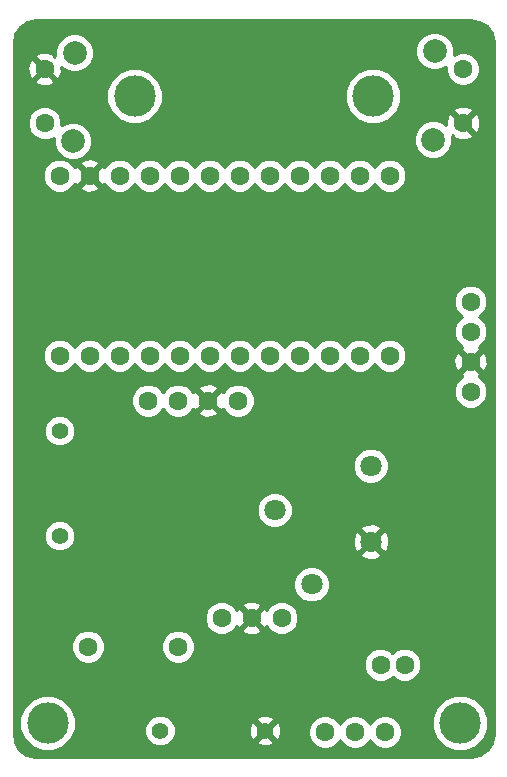
<source format=gbl>
G04 (created by PCBNEW (22-Jun-2014 BZR 4027)-stable) date Thu 10 Nov 2016 11:36:34 GMT*
%MOIN*%
G04 Gerber Fmt 3.4, Leading zero omitted, Abs format*
%FSLAX34Y34*%
G01*
G70*
G90*
G04 APERTURE LIST*
%ADD10C,0.00590551*%
%ADD11C,0.0629921*%
%ADD12C,0.0787402*%
%ADD13C,0.137795*%
%ADD14C,0.055*%
%ADD15C,0.0708661*%
%ADD16C,0.035*%
%ADD17C,0.01*%
G04 APERTURE END LIST*
G54D10*
G54D11*
X123500Y-28100D03*
X122500Y-28100D03*
X123500Y-22100D03*
X121500Y-28100D03*
X120500Y-28100D03*
X119500Y-28100D03*
X118500Y-28100D03*
X117500Y-28100D03*
X116500Y-28100D03*
X115500Y-28100D03*
X114500Y-28100D03*
X113500Y-28100D03*
X112500Y-28100D03*
X122500Y-22100D03*
X121500Y-22100D03*
X120500Y-22100D03*
X119500Y-22100D03*
X118500Y-22100D03*
X117500Y-22100D03*
X116500Y-22100D03*
X115500Y-22100D03*
X114500Y-22100D03*
X113500Y-22100D03*
X112500Y-22100D03*
X113450Y-37800D03*
X116450Y-37800D03*
X125950Y-18550D03*
X125950Y-20350D03*
G54D12*
X124950Y-20900D03*
X125000Y-17950D03*
G54D11*
X112000Y-20350D03*
X112000Y-18550D03*
G54D12*
X113000Y-18000D03*
X112950Y-20950D03*
G54D11*
X123350Y-40650D03*
X122350Y-40650D03*
X121350Y-40650D03*
X119900Y-36850D03*
X118900Y-36850D03*
X117900Y-36850D03*
G54D13*
X122950Y-19450D03*
X115000Y-19450D03*
X125850Y-40350D03*
X112100Y-40350D03*
G54D11*
X126200Y-27300D03*
X126200Y-28300D03*
X126200Y-29300D03*
X126200Y-26300D03*
X123200Y-38400D03*
X124000Y-38400D03*
X115450Y-29600D03*
X116450Y-29600D03*
X117450Y-29600D03*
X118450Y-29600D03*
G54D14*
X112500Y-34100D03*
X112500Y-30600D03*
X119350Y-40600D03*
X115850Y-40600D03*
G54D15*
X122875Y-34300D03*
X122875Y-31775D03*
X120900Y-35725D03*
X119675Y-33250D03*
G54D16*
X116700Y-19750D03*
X114000Y-33900D03*
G54D10*
G36*
X126980Y-40721D02*
X126919Y-41028D01*
X126789Y-41223D01*
X126789Y-40164D01*
X126769Y-40116D01*
X126769Y-28385D01*
X126765Y-28288D01*
X126765Y-27188D01*
X126679Y-26980D01*
X126520Y-26821D01*
X126469Y-26800D01*
X126519Y-26779D01*
X126678Y-26620D01*
X126764Y-26412D01*
X126765Y-26188D01*
X126679Y-25980D01*
X126520Y-25821D01*
X126519Y-25821D01*
X126519Y-20435D01*
X126515Y-20338D01*
X126515Y-18438D01*
X126429Y-18230D01*
X126270Y-18071D01*
X126062Y-17985D01*
X125838Y-17984D01*
X125643Y-18065D01*
X125643Y-17822D01*
X125546Y-17585D01*
X125365Y-17404D01*
X125128Y-17306D01*
X124872Y-17306D01*
X124635Y-17403D01*
X124454Y-17584D01*
X124356Y-17821D01*
X124356Y-18077D01*
X124453Y-18314D01*
X124634Y-18495D01*
X124871Y-18593D01*
X125127Y-18593D01*
X125364Y-18496D01*
X125385Y-18475D01*
X125384Y-18661D01*
X125470Y-18869D01*
X125629Y-19028D01*
X125837Y-19114D01*
X126061Y-19115D01*
X126269Y-19029D01*
X126428Y-18870D01*
X126514Y-18662D01*
X126515Y-18438D01*
X126515Y-20338D01*
X126508Y-20210D01*
X126443Y-20053D01*
X126346Y-20023D01*
X126276Y-20094D01*
X126276Y-19953D01*
X126246Y-19856D01*
X126035Y-19780D01*
X125810Y-19791D01*
X125653Y-19856D01*
X125623Y-19953D01*
X125950Y-20279D01*
X126276Y-19953D01*
X126276Y-20094D01*
X126020Y-20350D01*
X126346Y-20676D01*
X126443Y-20646D01*
X126519Y-20435D01*
X126519Y-25821D01*
X126312Y-25735D01*
X126276Y-25735D01*
X126276Y-20746D01*
X125950Y-20420D01*
X125944Y-20426D01*
X125879Y-20361D01*
X125873Y-20355D01*
X125879Y-20350D01*
X125553Y-20023D01*
X125456Y-20053D01*
X125380Y-20264D01*
X125388Y-20427D01*
X125315Y-20354D01*
X125078Y-20256D01*
X124822Y-20256D01*
X124585Y-20353D01*
X124404Y-20534D01*
X124306Y-20771D01*
X124306Y-21027D01*
X124403Y-21264D01*
X124584Y-21445D01*
X124821Y-21543D01*
X125077Y-21543D01*
X125314Y-21446D01*
X125495Y-21265D01*
X125593Y-21028D01*
X125593Y-20776D01*
X125623Y-20746D01*
X125653Y-20843D01*
X125864Y-20919D01*
X126089Y-20908D01*
X126246Y-20843D01*
X126276Y-20746D01*
X126276Y-25735D01*
X126088Y-25734D01*
X125880Y-25820D01*
X125721Y-25979D01*
X125635Y-26187D01*
X125634Y-26411D01*
X125720Y-26619D01*
X125879Y-26778D01*
X125930Y-26799D01*
X125880Y-26820D01*
X125721Y-26979D01*
X125635Y-27187D01*
X125634Y-27411D01*
X125720Y-27619D01*
X125879Y-27778D01*
X125924Y-27797D01*
X125903Y-27806D01*
X125873Y-27903D01*
X126200Y-28229D01*
X126526Y-27903D01*
X126496Y-27806D01*
X126473Y-27798D01*
X126519Y-27779D01*
X126678Y-27620D01*
X126764Y-27412D01*
X126765Y-27188D01*
X126765Y-28288D01*
X126758Y-28160D01*
X126693Y-28003D01*
X126596Y-27973D01*
X126270Y-28300D01*
X126596Y-28626D01*
X126693Y-28596D01*
X126769Y-28385D01*
X126769Y-40116D01*
X126765Y-40105D01*
X126765Y-29188D01*
X126679Y-28980D01*
X126520Y-28821D01*
X126475Y-28802D01*
X126496Y-28793D01*
X126526Y-28696D01*
X126200Y-28370D01*
X126129Y-28441D01*
X126129Y-28300D01*
X125803Y-27973D01*
X125706Y-28003D01*
X125630Y-28214D01*
X125641Y-28439D01*
X125706Y-28596D01*
X125803Y-28626D01*
X126129Y-28300D01*
X126129Y-28441D01*
X125873Y-28696D01*
X125903Y-28793D01*
X125926Y-28801D01*
X125880Y-28820D01*
X125721Y-28979D01*
X125635Y-29187D01*
X125634Y-29411D01*
X125720Y-29619D01*
X125879Y-29778D01*
X126087Y-29864D01*
X126311Y-29865D01*
X126519Y-29779D01*
X126678Y-29620D01*
X126764Y-29412D01*
X126765Y-29188D01*
X126765Y-40105D01*
X126646Y-39818D01*
X126382Y-39554D01*
X126037Y-39411D01*
X125664Y-39410D01*
X125318Y-39553D01*
X125054Y-39817D01*
X124911Y-40162D01*
X124910Y-40535D01*
X125053Y-40881D01*
X125317Y-41145D01*
X125662Y-41288D01*
X126035Y-41289D01*
X126381Y-41146D01*
X126645Y-40882D01*
X126788Y-40537D01*
X126789Y-40164D01*
X126789Y-41223D01*
X126763Y-41261D01*
X126526Y-41420D01*
X126223Y-41480D01*
X124565Y-41480D01*
X124565Y-38288D01*
X124479Y-38080D01*
X124320Y-37921D01*
X124112Y-37835D01*
X124065Y-37835D01*
X124065Y-27988D01*
X124065Y-21988D01*
X123979Y-21780D01*
X123889Y-21690D01*
X123889Y-19264D01*
X123746Y-18918D01*
X123482Y-18654D01*
X123137Y-18511D01*
X122764Y-18510D01*
X122418Y-18653D01*
X122154Y-18917D01*
X122011Y-19262D01*
X122010Y-19635D01*
X122153Y-19981D01*
X122417Y-20245D01*
X122762Y-20388D01*
X123135Y-20389D01*
X123481Y-20246D01*
X123745Y-19982D01*
X123888Y-19637D01*
X123889Y-19264D01*
X123889Y-21690D01*
X123820Y-21621D01*
X123612Y-21535D01*
X123388Y-21534D01*
X123180Y-21620D01*
X123021Y-21779D01*
X123000Y-21830D01*
X122979Y-21780D01*
X122820Y-21621D01*
X122612Y-21535D01*
X122388Y-21534D01*
X122180Y-21620D01*
X122021Y-21779D01*
X122000Y-21830D01*
X121979Y-21780D01*
X121820Y-21621D01*
X121612Y-21535D01*
X121388Y-21534D01*
X121180Y-21620D01*
X121021Y-21779D01*
X121000Y-21830D01*
X120979Y-21780D01*
X120820Y-21621D01*
X120612Y-21535D01*
X120388Y-21534D01*
X120180Y-21620D01*
X120021Y-21779D01*
X120000Y-21830D01*
X119979Y-21780D01*
X119820Y-21621D01*
X119612Y-21535D01*
X119388Y-21534D01*
X119180Y-21620D01*
X119021Y-21779D01*
X119000Y-21830D01*
X118979Y-21780D01*
X118820Y-21621D01*
X118612Y-21535D01*
X118388Y-21534D01*
X118180Y-21620D01*
X118021Y-21779D01*
X118000Y-21830D01*
X117979Y-21780D01*
X117820Y-21621D01*
X117612Y-21535D01*
X117388Y-21534D01*
X117180Y-21620D01*
X117021Y-21779D01*
X117000Y-21830D01*
X116979Y-21780D01*
X116820Y-21621D01*
X116612Y-21535D01*
X116388Y-21534D01*
X116180Y-21620D01*
X116021Y-21779D01*
X116000Y-21830D01*
X115979Y-21780D01*
X115939Y-21740D01*
X115939Y-19264D01*
X115796Y-18918D01*
X115532Y-18654D01*
X115187Y-18511D01*
X114814Y-18510D01*
X114468Y-18653D01*
X114204Y-18917D01*
X114061Y-19262D01*
X114060Y-19635D01*
X114203Y-19981D01*
X114467Y-20245D01*
X114812Y-20388D01*
X115185Y-20389D01*
X115531Y-20246D01*
X115795Y-19982D01*
X115938Y-19637D01*
X115939Y-19264D01*
X115939Y-21740D01*
X115820Y-21621D01*
X115612Y-21535D01*
X115388Y-21534D01*
X115180Y-21620D01*
X115021Y-21779D01*
X115000Y-21830D01*
X114979Y-21780D01*
X114820Y-21621D01*
X114612Y-21535D01*
X114388Y-21534D01*
X114180Y-21620D01*
X114021Y-21779D01*
X114002Y-21824D01*
X113993Y-21803D01*
X113896Y-21773D01*
X113826Y-21844D01*
X113826Y-21703D01*
X113796Y-21606D01*
X113643Y-21551D01*
X113643Y-17872D01*
X113546Y-17635D01*
X113365Y-17454D01*
X113128Y-17356D01*
X112872Y-17356D01*
X112635Y-17453D01*
X112454Y-17634D01*
X112356Y-17871D01*
X112356Y-18123D01*
X112326Y-18153D01*
X112296Y-18056D01*
X112085Y-17980D01*
X111860Y-17991D01*
X111703Y-18056D01*
X111673Y-18153D01*
X112000Y-18479D01*
X112005Y-18473D01*
X112076Y-18544D01*
X112070Y-18550D01*
X112396Y-18876D01*
X112493Y-18846D01*
X112569Y-18635D01*
X112561Y-18472D01*
X112634Y-18545D01*
X112871Y-18643D01*
X113127Y-18643D01*
X113364Y-18546D01*
X113545Y-18365D01*
X113643Y-18128D01*
X113643Y-17872D01*
X113643Y-21551D01*
X113593Y-21533D01*
X113593Y-20822D01*
X113496Y-20585D01*
X113315Y-20404D01*
X113078Y-20306D01*
X112822Y-20306D01*
X112585Y-20403D01*
X112564Y-20424D01*
X112565Y-20238D01*
X112479Y-20030D01*
X112326Y-19876D01*
X112326Y-18946D01*
X112000Y-18620D01*
X111929Y-18691D01*
X111929Y-18550D01*
X111603Y-18223D01*
X111506Y-18253D01*
X111430Y-18464D01*
X111441Y-18689D01*
X111506Y-18846D01*
X111603Y-18876D01*
X111929Y-18550D01*
X111929Y-18691D01*
X111673Y-18946D01*
X111703Y-19043D01*
X111914Y-19119D01*
X112139Y-19108D01*
X112296Y-19043D01*
X112326Y-18946D01*
X112326Y-19876D01*
X112320Y-19871D01*
X112112Y-19785D01*
X111888Y-19784D01*
X111680Y-19870D01*
X111521Y-20029D01*
X111435Y-20237D01*
X111434Y-20461D01*
X111520Y-20669D01*
X111679Y-20828D01*
X111887Y-20914D01*
X112111Y-20915D01*
X112306Y-20834D01*
X112306Y-21077D01*
X112403Y-21314D01*
X112584Y-21495D01*
X112821Y-21593D01*
X113077Y-21593D01*
X113314Y-21496D01*
X113495Y-21315D01*
X113593Y-21078D01*
X113593Y-20822D01*
X113593Y-21533D01*
X113585Y-21530D01*
X113360Y-21541D01*
X113203Y-21606D01*
X113173Y-21703D01*
X113500Y-22029D01*
X113826Y-21703D01*
X113826Y-21844D01*
X113570Y-22100D01*
X113896Y-22426D01*
X113993Y-22396D01*
X114001Y-22373D01*
X114020Y-22419D01*
X114179Y-22578D01*
X114387Y-22664D01*
X114611Y-22665D01*
X114819Y-22579D01*
X114978Y-22420D01*
X114999Y-22369D01*
X115020Y-22419D01*
X115179Y-22578D01*
X115387Y-22664D01*
X115611Y-22665D01*
X115819Y-22579D01*
X115978Y-22420D01*
X115999Y-22369D01*
X116020Y-22419D01*
X116179Y-22578D01*
X116387Y-22664D01*
X116611Y-22665D01*
X116819Y-22579D01*
X116978Y-22420D01*
X116999Y-22369D01*
X117020Y-22419D01*
X117179Y-22578D01*
X117387Y-22664D01*
X117611Y-22665D01*
X117819Y-22579D01*
X117978Y-22420D01*
X117999Y-22369D01*
X118020Y-22419D01*
X118179Y-22578D01*
X118387Y-22664D01*
X118611Y-22665D01*
X118819Y-22579D01*
X118978Y-22420D01*
X118999Y-22369D01*
X119020Y-22419D01*
X119179Y-22578D01*
X119387Y-22664D01*
X119611Y-22665D01*
X119819Y-22579D01*
X119978Y-22420D01*
X119999Y-22369D01*
X120020Y-22419D01*
X120179Y-22578D01*
X120387Y-22664D01*
X120611Y-22665D01*
X120819Y-22579D01*
X120978Y-22420D01*
X120999Y-22369D01*
X121020Y-22419D01*
X121179Y-22578D01*
X121387Y-22664D01*
X121611Y-22665D01*
X121819Y-22579D01*
X121978Y-22420D01*
X121999Y-22369D01*
X122020Y-22419D01*
X122179Y-22578D01*
X122387Y-22664D01*
X122611Y-22665D01*
X122819Y-22579D01*
X122978Y-22420D01*
X122999Y-22369D01*
X123020Y-22419D01*
X123179Y-22578D01*
X123387Y-22664D01*
X123611Y-22665D01*
X123819Y-22579D01*
X123978Y-22420D01*
X124064Y-22212D01*
X124065Y-21988D01*
X124065Y-27988D01*
X123979Y-27780D01*
X123820Y-27621D01*
X123612Y-27535D01*
X123388Y-27534D01*
X123180Y-27620D01*
X123021Y-27779D01*
X123000Y-27830D01*
X122979Y-27780D01*
X122820Y-27621D01*
X122612Y-27535D01*
X122388Y-27534D01*
X122180Y-27620D01*
X122021Y-27779D01*
X122000Y-27830D01*
X121979Y-27780D01*
X121820Y-27621D01*
X121612Y-27535D01*
X121388Y-27534D01*
X121180Y-27620D01*
X121021Y-27779D01*
X121000Y-27830D01*
X120979Y-27780D01*
X120820Y-27621D01*
X120612Y-27535D01*
X120388Y-27534D01*
X120180Y-27620D01*
X120021Y-27779D01*
X120000Y-27830D01*
X119979Y-27780D01*
X119820Y-27621D01*
X119612Y-27535D01*
X119388Y-27534D01*
X119180Y-27620D01*
X119021Y-27779D01*
X119000Y-27830D01*
X118979Y-27780D01*
X118820Y-27621D01*
X118612Y-27535D01*
X118388Y-27534D01*
X118180Y-27620D01*
X118021Y-27779D01*
X118000Y-27830D01*
X117979Y-27780D01*
X117820Y-27621D01*
X117612Y-27535D01*
X117388Y-27534D01*
X117180Y-27620D01*
X117021Y-27779D01*
X117000Y-27830D01*
X116979Y-27780D01*
X116820Y-27621D01*
X116612Y-27535D01*
X116388Y-27534D01*
X116180Y-27620D01*
X116021Y-27779D01*
X116000Y-27830D01*
X115979Y-27780D01*
X115820Y-27621D01*
X115612Y-27535D01*
X115388Y-27534D01*
X115180Y-27620D01*
X115021Y-27779D01*
X115000Y-27830D01*
X114979Y-27780D01*
X114820Y-27621D01*
X114612Y-27535D01*
X114388Y-27534D01*
X114180Y-27620D01*
X114021Y-27779D01*
X114000Y-27830D01*
X113979Y-27780D01*
X113826Y-27626D01*
X113826Y-22496D01*
X113500Y-22170D01*
X113429Y-22241D01*
X113429Y-22100D01*
X113103Y-21773D01*
X113006Y-21803D01*
X112998Y-21826D01*
X112979Y-21780D01*
X112820Y-21621D01*
X112612Y-21535D01*
X112388Y-21534D01*
X112180Y-21620D01*
X112021Y-21779D01*
X111935Y-21987D01*
X111934Y-22211D01*
X112020Y-22419D01*
X112179Y-22578D01*
X112387Y-22664D01*
X112611Y-22665D01*
X112819Y-22579D01*
X112978Y-22420D01*
X112997Y-22375D01*
X113006Y-22396D01*
X113103Y-22426D01*
X113429Y-22100D01*
X113429Y-22241D01*
X113173Y-22496D01*
X113203Y-22593D01*
X113414Y-22669D01*
X113639Y-22658D01*
X113796Y-22593D01*
X113826Y-22496D01*
X113826Y-27626D01*
X113820Y-27621D01*
X113612Y-27535D01*
X113388Y-27534D01*
X113180Y-27620D01*
X113021Y-27779D01*
X113000Y-27830D01*
X112979Y-27780D01*
X112820Y-27621D01*
X112612Y-27535D01*
X112388Y-27534D01*
X112180Y-27620D01*
X112021Y-27779D01*
X111935Y-27987D01*
X111934Y-28211D01*
X112020Y-28419D01*
X112179Y-28578D01*
X112387Y-28664D01*
X112611Y-28665D01*
X112819Y-28579D01*
X112978Y-28420D01*
X112999Y-28369D01*
X113020Y-28419D01*
X113179Y-28578D01*
X113387Y-28664D01*
X113611Y-28665D01*
X113819Y-28579D01*
X113978Y-28420D01*
X113999Y-28369D01*
X114020Y-28419D01*
X114179Y-28578D01*
X114387Y-28664D01*
X114611Y-28665D01*
X114819Y-28579D01*
X114978Y-28420D01*
X114999Y-28369D01*
X115020Y-28419D01*
X115179Y-28578D01*
X115387Y-28664D01*
X115611Y-28665D01*
X115819Y-28579D01*
X115978Y-28420D01*
X115999Y-28369D01*
X116020Y-28419D01*
X116179Y-28578D01*
X116387Y-28664D01*
X116611Y-28665D01*
X116819Y-28579D01*
X116978Y-28420D01*
X116999Y-28369D01*
X117020Y-28419D01*
X117179Y-28578D01*
X117387Y-28664D01*
X117611Y-28665D01*
X117819Y-28579D01*
X117978Y-28420D01*
X117999Y-28369D01*
X118020Y-28419D01*
X118179Y-28578D01*
X118387Y-28664D01*
X118611Y-28665D01*
X118819Y-28579D01*
X118978Y-28420D01*
X118999Y-28369D01*
X119020Y-28419D01*
X119179Y-28578D01*
X119387Y-28664D01*
X119611Y-28665D01*
X119819Y-28579D01*
X119978Y-28420D01*
X119999Y-28369D01*
X120020Y-28419D01*
X120179Y-28578D01*
X120387Y-28664D01*
X120611Y-28665D01*
X120819Y-28579D01*
X120978Y-28420D01*
X120999Y-28369D01*
X121020Y-28419D01*
X121179Y-28578D01*
X121387Y-28664D01*
X121611Y-28665D01*
X121819Y-28579D01*
X121978Y-28420D01*
X121999Y-28369D01*
X122020Y-28419D01*
X122179Y-28578D01*
X122387Y-28664D01*
X122611Y-28665D01*
X122819Y-28579D01*
X122978Y-28420D01*
X122999Y-28369D01*
X123020Y-28419D01*
X123179Y-28578D01*
X123387Y-28664D01*
X123611Y-28665D01*
X123819Y-28579D01*
X123978Y-28420D01*
X124064Y-28212D01*
X124065Y-27988D01*
X124065Y-37835D01*
X123888Y-37834D01*
X123680Y-37920D01*
X123599Y-38001D01*
X123520Y-37921D01*
X123483Y-37906D01*
X123483Y-34394D01*
X123479Y-34289D01*
X123479Y-31655D01*
X123387Y-31433D01*
X123217Y-31262D01*
X122995Y-31170D01*
X122755Y-31170D01*
X122533Y-31262D01*
X122362Y-31432D01*
X122270Y-31654D01*
X122270Y-31894D01*
X122362Y-32116D01*
X122532Y-32287D01*
X122754Y-32379D01*
X122994Y-32379D01*
X123216Y-32287D01*
X123387Y-32117D01*
X123479Y-31895D01*
X123479Y-31655D01*
X123479Y-34289D01*
X123473Y-34154D01*
X123401Y-33979D01*
X123300Y-33945D01*
X123229Y-34016D01*
X123229Y-33874D01*
X123195Y-33773D01*
X122969Y-33691D01*
X122729Y-33701D01*
X122554Y-33773D01*
X122520Y-33874D01*
X122875Y-34229D01*
X123229Y-33874D01*
X123229Y-34016D01*
X122945Y-34300D01*
X123300Y-34654D01*
X123401Y-34620D01*
X123483Y-34394D01*
X123483Y-37906D01*
X123312Y-37835D01*
X123229Y-37835D01*
X123229Y-34725D01*
X122875Y-34370D01*
X122804Y-34441D01*
X122804Y-34300D01*
X122449Y-33945D01*
X122348Y-33979D01*
X122266Y-34205D01*
X122276Y-34445D01*
X122348Y-34620D01*
X122449Y-34654D01*
X122804Y-34300D01*
X122804Y-34441D01*
X122520Y-34725D01*
X122554Y-34826D01*
X122780Y-34908D01*
X123020Y-34898D01*
X123195Y-34826D01*
X123229Y-34725D01*
X123229Y-37835D01*
X123088Y-37834D01*
X122880Y-37920D01*
X122721Y-38079D01*
X122635Y-38287D01*
X122634Y-38511D01*
X122720Y-38719D01*
X122879Y-38878D01*
X123087Y-38964D01*
X123311Y-38965D01*
X123519Y-38879D01*
X123600Y-38798D01*
X123679Y-38878D01*
X123887Y-38964D01*
X124111Y-38965D01*
X124319Y-38879D01*
X124478Y-38720D01*
X124564Y-38512D01*
X124565Y-38288D01*
X124565Y-41480D01*
X123915Y-41480D01*
X123915Y-40538D01*
X123829Y-40330D01*
X123670Y-40171D01*
X123462Y-40085D01*
X123238Y-40084D01*
X123030Y-40170D01*
X122871Y-40329D01*
X122850Y-40380D01*
X122829Y-40330D01*
X122670Y-40171D01*
X122462Y-40085D01*
X122238Y-40084D01*
X122030Y-40170D01*
X121871Y-40329D01*
X121850Y-40380D01*
X121829Y-40330D01*
X121670Y-40171D01*
X121504Y-40102D01*
X121504Y-35605D01*
X121412Y-35383D01*
X121242Y-35212D01*
X121020Y-35120D01*
X120780Y-35120D01*
X120558Y-35212D01*
X120387Y-35382D01*
X120295Y-35604D01*
X120295Y-35844D01*
X120387Y-36066D01*
X120557Y-36237D01*
X120779Y-36329D01*
X121019Y-36329D01*
X121241Y-36237D01*
X121412Y-36067D01*
X121504Y-35845D01*
X121504Y-35605D01*
X121504Y-40102D01*
X121462Y-40085D01*
X121238Y-40084D01*
X121030Y-40170D01*
X120871Y-40329D01*
X120785Y-40537D01*
X120784Y-40761D01*
X120870Y-40969D01*
X121029Y-41128D01*
X121237Y-41214D01*
X121461Y-41215D01*
X121669Y-41129D01*
X121828Y-40970D01*
X121849Y-40919D01*
X121870Y-40969D01*
X122029Y-41128D01*
X122237Y-41214D01*
X122461Y-41215D01*
X122669Y-41129D01*
X122828Y-40970D01*
X122849Y-40919D01*
X122870Y-40969D01*
X123029Y-41128D01*
X123237Y-41214D01*
X123461Y-41215D01*
X123669Y-41129D01*
X123828Y-40970D01*
X123914Y-40762D01*
X123915Y-40538D01*
X123915Y-41480D01*
X120465Y-41480D01*
X120465Y-36738D01*
X120379Y-36530D01*
X120279Y-36430D01*
X120279Y-33130D01*
X120187Y-32908D01*
X120017Y-32737D01*
X119795Y-32645D01*
X119555Y-32645D01*
X119333Y-32737D01*
X119162Y-32907D01*
X119070Y-33129D01*
X119070Y-33369D01*
X119162Y-33591D01*
X119332Y-33762D01*
X119554Y-33854D01*
X119794Y-33854D01*
X120016Y-33762D01*
X120187Y-33592D01*
X120279Y-33370D01*
X120279Y-33130D01*
X120279Y-36430D01*
X120220Y-36371D01*
X120012Y-36285D01*
X119788Y-36284D01*
X119580Y-36370D01*
X119421Y-36529D01*
X119402Y-36574D01*
X119393Y-36553D01*
X119296Y-36523D01*
X119226Y-36594D01*
X119226Y-36453D01*
X119196Y-36356D01*
X119015Y-36291D01*
X119015Y-29488D01*
X118929Y-29280D01*
X118770Y-29121D01*
X118562Y-29035D01*
X118338Y-29034D01*
X118130Y-29120D01*
X117971Y-29279D01*
X117952Y-29324D01*
X117943Y-29303D01*
X117846Y-29273D01*
X117776Y-29344D01*
X117776Y-29203D01*
X117746Y-29106D01*
X117535Y-29030D01*
X117310Y-29041D01*
X117153Y-29106D01*
X117123Y-29203D01*
X117450Y-29529D01*
X117776Y-29203D01*
X117776Y-29344D01*
X117520Y-29600D01*
X117846Y-29926D01*
X117943Y-29896D01*
X117951Y-29873D01*
X117970Y-29919D01*
X118129Y-30078D01*
X118337Y-30164D01*
X118561Y-30165D01*
X118769Y-30079D01*
X118928Y-29920D01*
X119014Y-29712D01*
X119015Y-29488D01*
X119015Y-36291D01*
X118985Y-36280D01*
X118760Y-36291D01*
X118603Y-36356D01*
X118573Y-36453D01*
X118900Y-36779D01*
X119226Y-36453D01*
X119226Y-36594D01*
X118970Y-36850D01*
X119296Y-37176D01*
X119393Y-37146D01*
X119401Y-37123D01*
X119420Y-37169D01*
X119579Y-37328D01*
X119787Y-37414D01*
X120011Y-37415D01*
X120219Y-37329D01*
X120378Y-37170D01*
X120464Y-36962D01*
X120465Y-36738D01*
X120465Y-41480D01*
X119879Y-41480D01*
X119879Y-40675D01*
X119868Y-40467D01*
X119810Y-40327D01*
X119717Y-40302D01*
X119647Y-40373D01*
X119647Y-40232D01*
X119622Y-40139D01*
X119425Y-40070D01*
X119226Y-40080D01*
X119226Y-37246D01*
X118900Y-36920D01*
X118829Y-36991D01*
X118829Y-36850D01*
X118503Y-36523D01*
X118406Y-36553D01*
X118398Y-36576D01*
X118379Y-36530D01*
X118220Y-36371D01*
X118012Y-36285D01*
X117788Y-36284D01*
X117776Y-36289D01*
X117776Y-29996D01*
X117450Y-29670D01*
X117379Y-29741D01*
X117379Y-29600D01*
X117053Y-29273D01*
X116956Y-29303D01*
X116948Y-29326D01*
X116929Y-29280D01*
X116770Y-29121D01*
X116562Y-29035D01*
X116338Y-29034D01*
X116130Y-29120D01*
X115971Y-29279D01*
X115950Y-29330D01*
X115929Y-29280D01*
X115770Y-29121D01*
X115562Y-29035D01*
X115338Y-29034D01*
X115130Y-29120D01*
X114971Y-29279D01*
X114885Y-29487D01*
X114884Y-29711D01*
X114970Y-29919D01*
X115129Y-30078D01*
X115337Y-30164D01*
X115561Y-30165D01*
X115769Y-30079D01*
X115928Y-29920D01*
X115949Y-29869D01*
X115970Y-29919D01*
X116129Y-30078D01*
X116337Y-30164D01*
X116561Y-30165D01*
X116769Y-30079D01*
X116928Y-29920D01*
X116947Y-29875D01*
X116956Y-29896D01*
X117053Y-29926D01*
X117379Y-29600D01*
X117379Y-29741D01*
X117123Y-29996D01*
X117153Y-30093D01*
X117364Y-30169D01*
X117589Y-30158D01*
X117746Y-30093D01*
X117776Y-29996D01*
X117776Y-36289D01*
X117580Y-36370D01*
X117421Y-36529D01*
X117335Y-36737D01*
X117334Y-36961D01*
X117420Y-37169D01*
X117579Y-37328D01*
X117787Y-37414D01*
X118011Y-37415D01*
X118219Y-37329D01*
X118378Y-37170D01*
X118397Y-37125D01*
X118406Y-37146D01*
X118503Y-37176D01*
X118829Y-36850D01*
X118829Y-36991D01*
X118573Y-37246D01*
X118603Y-37343D01*
X118814Y-37419D01*
X119039Y-37408D01*
X119196Y-37343D01*
X119226Y-37246D01*
X119226Y-40080D01*
X119217Y-40081D01*
X119077Y-40139D01*
X119052Y-40232D01*
X119350Y-40529D01*
X119647Y-40232D01*
X119647Y-40373D01*
X119420Y-40600D01*
X119717Y-40897D01*
X119810Y-40872D01*
X119879Y-40675D01*
X119879Y-41480D01*
X119647Y-41480D01*
X119647Y-40967D01*
X119350Y-40670D01*
X119279Y-40741D01*
X119279Y-40600D01*
X118982Y-40302D01*
X118889Y-40327D01*
X118820Y-40524D01*
X118831Y-40732D01*
X118889Y-40872D01*
X118982Y-40897D01*
X119279Y-40600D01*
X119279Y-40741D01*
X119052Y-40967D01*
X119077Y-41060D01*
X119274Y-41129D01*
X119482Y-41118D01*
X119622Y-41060D01*
X119647Y-40967D01*
X119647Y-41480D01*
X117015Y-41480D01*
X117015Y-37688D01*
X116929Y-37480D01*
X116770Y-37321D01*
X116562Y-37235D01*
X116338Y-37234D01*
X116130Y-37320D01*
X115971Y-37479D01*
X115885Y-37687D01*
X115884Y-37911D01*
X115970Y-38119D01*
X116129Y-38278D01*
X116337Y-38364D01*
X116561Y-38365D01*
X116769Y-38279D01*
X116928Y-38120D01*
X117014Y-37912D01*
X117015Y-37688D01*
X117015Y-41480D01*
X116375Y-41480D01*
X116375Y-40496D01*
X116295Y-40303D01*
X116147Y-40155D01*
X115954Y-40075D01*
X115746Y-40074D01*
X115553Y-40154D01*
X115405Y-40302D01*
X115325Y-40495D01*
X115324Y-40703D01*
X115404Y-40897D01*
X115552Y-41044D01*
X115745Y-41124D01*
X115953Y-41125D01*
X116147Y-41045D01*
X116294Y-40897D01*
X116374Y-40704D01*
X116375Y-40496D01*
X116375Y-41480D01*
X114015Y-41480D01*
X114015Y-37688D01*
X113929Y-37480D01*
X113770Y-37321D01*
X113562Y-37235D01*
X113338Y-37234D01*
X113130Y-37320D01*
X113025Y-37425D01*
X113025Y-33996D01*
X113025Y-30496D01*
X112945Y-30303D01*
X112797Y-30155D01*
X112604Y-30075D01*
X112396Y-30074D01*
X112203Y-30154D01*
X112055Y-30302D01*
X111975Y-30495D01*
X111974Y-30703D01*
X112054Y-30897D01*
X112202Y-31044D01*
X112395Y-31124D01*
X112603Y-31125D01*
X112797Y-31045D01*
X112944Y-30897D01*
X113024Y-30704D01*
X113025Y-30496D01*
X113025Y-33996D01*
X112945Y-33803D01*
X112797Y-33655D01*
X112604Y-33575D01*
X112396Y-33574D01*
X112203Y-33654D01*
X112055Y-33802D01*
X111975Y-33995D01*
X111974Y-34203D01*
X112054Y-34397D01*
X112202Y-34544D01*
X112395Y-34624D01*
X112603Y-34625D01*
X112797Y-34545D01*
X112944Y-34397D01*
X113024Y-34204D01*
X113025Y-33996D01*
X113025Y-37425D01*
X112971Y-37479D01*
X112885Y-37687D01*
X112884Y-37911D01*
X112970Y-38119D01*
X113129Y-38278D01*
X113337Y-38364D01*
X113561Y-38365D01*
X113769Y-38279D01*
X113928Y-38120D01*
X114014Y-37912D01*
X114015Y-37688D01*
X114015Y-41480D01*
X113039Y-41480D01*
X113039Y-40164D01*
X112896Y-39818D01*
X112632Y-39554D01*
X112287Y-39411D01*
X111914Y-39410D01*
X111568Y-39553D01*
X111304Y-39817D01*
X111161Y-40162D01*
X111160Y-40535D01*
X111303Y-40881D01*
X111567Y-41145D01*
X111912Y-41288D01*
X112285Y-41289D01*
X112631Y-41146D01*
X112895Y-40882D01*
X113038Y-40537D01*
X113039Y-40164D01*
X113039Y-41480D01*
X111683Y-41480D01*
X111389Y-41406D01*
X111161Y-41237D01*
X111016Y-40994D01*
X110969Y-40680D01*
X110969Y-17676D01*
X111029Y-17373D01*
X111188Y-17136D01*
X111421Y-16980D01*
X111728Y-16919D01*
X126180Y-16919D01*
X126494Y-16966D01*
X126737Y-17111D01*
X126906Y-17339D01*
X126980Y-17633D01*
X126980Y-40721D01*
X126980Y-40721D01*
G37*
G54D17*
X126980Y-40721D02*
X126919Y-41028D01*
X126789Y-41223D01*
X126789Y-40164D01*
X126769Y-40116D01*
X126769Y-28385D01*
X126765Y-28288D01*
X126765Y-27188D01*
X126679Y-26980D01*
X126520Y-26821D01*
X126469Y-26800D01*
X126519Y-26779D01*
X126678Y-26620D01*
X126764Y-26412D01*
X126765Y-26188D01*
X126679Y-25980D01*
X126520Y-25821D01*
X126519Y-25821D01*
X126519Y-20435D01*
X126515Y-20338D01*
X126515Y-18438D01*
X126429Y-18230D01*
X126270Y-18071D01*
X126062Y-17985D01*
X125838Y-17984D01*
X125643Y-18065D01*
X125643Y-17822D01*
X125546Y-17585D01*
X125365Y-17404D01*
X125128Y-17306D01*
X124872Y-17306D01*
X124635Y-17403D01*
X124454Y-17584D01*
X124356Y-17821D01*
X124356Y-18077D01*
X124453Y-18314D01*
X124634Y-18495D01*
X124871Y-18593D01*
X125127Y-18593D01*
X125364Y-18496D01*
X125385Y-18475D01*
X125384Y-18661D01*
X125470Y-18869D01*
X125629Y-19028D01*
X125837Y-19114D01*
X126061Y-19115D01*
X126269Y-19029D01*
X126428Y-18870D01*
X126514Y-18662D01*
X126515Y-18438D01*
X126515Y-20338D01*
X126508Y-20210D01*
X126443Y-20053D01*
X126346Y-20023D01*
X126276Y-20094D01*
X126276Y-19953D01*
X126246Y-19856D01*
X126035Y-19780D01*
X125810Y-19791D01*
X125653Y-19856D01*
X125623Y-19953D01*
X125950Y-20279D01*
X126276Y-19953D01*
X126276Y-20094D01*
X126020Y-20350D01*
X126346Y-20676D01*
X126443Y-20646D01*
X126519Y-20435D01*
X126519Y-25821D01*
X126312Y-25735D01*
X126276Y-25735D01*
X126276Y-20746D01*
X125950Y-20420D01*
X125944Y-20426D01*
X125879Y-20361D01*
X125873Y-20355D01*
X125879Y-20350D01*
X125553Y-20023D01*
X125456Y-20053D01*
X125380Y-20264D01*
X125388Y-20427D01*
X125315Y-20354D01*
X125078Y-20256D01*
X124822Y-20256D01*
X124585Y-20353D01*
X124404Y-20534D01*
X124306Y-20771D01*
X124306Y-21027D01*
X124403Y-21264D01*
X124584Y-21445D01*
X124821Y-21543D01*
X125077Y-21543D01*
X125314Y-21446D01*
X125495Y-21265D01*
X125593Y-21028D01*
X125593Y-20776D01*
X125623Y-20746D01*
X125653Y-20843D01*
X125864Y-20919D01*
X126089Y-20908D01*
X126246Y-20843D01*
X126276Y-20746D01*
X126276Y-25735D01*
X126088Y-25734D01*
X125880Y-25820D01*
X125721Y-25979D01*
X125635Y-26187D01*
X125634Y-26411D01*
X125720Y-26619D01*
X125879Y-26778D01*
X125930Y-26799D01*
X125880Y-26820D01*
X125721Y-26979D01*
X125635Y-27187D01*
X125634Y-27411D01*
X125720Y-27619D01*
X125879Y-27778D01*
X125924Y-27797D01*
X125903Y-27806D01*
X125873Y-27903D01*
X126200Y-28229D01*
X126526Y-27903D01*
X126496Y-27806D01*
X126473Y-27798D01*
X126519Y-27779D01*
X126678Y-27620D01*
X126764Y-27412D01*
X126765Y-27188D01*
X126765Y-28288D01*
X126758Y-28160D01*
X126693Y-28003D01*
X126596Y-27973D01*
X126270Y-28300D01*
X126596Y-28626D01*
X126693Y-28596D01*
X126769Y-28385D01*
X126769Y-40116D01*
X126765Y-40105D01*
X126765Y-29188D01*
X126679Y-28980D01*
X126520Y-28821D01*
X126475Y-28802D01*
X126496Y-28793D01*
X126526Y-28696D01*
X126200Y-28370D01*
X126129Y-28441D01*
X126129Y-28300D01*
X125803Y-27973D01*
X125706Y-28003D01*
X125630Y-28214D01*
X125641Y-28439D01*
X125706Y-28596D01*
X125803Y-28626D01*
X126129Y-28300D01*
X126129Y-28441D01*
X125873Y-28696D01*
X125903Y-28793D01*
X125926Y-28801D01*
X125880Y-28820D01*
X125721Y-28979D01*
X125635Y-29187D01*
X125634Y-29411D01*
X125720Y-29619D01*
X125879Y-29778D01*
X126087Y-29864D01*
X126311Y-29865D01*
X126519Y-29779D01*
X126678Y-29620D01*
X126764Y-29412D01*
X126765Y-29188D01*
X126765Y-40105D01*
X126646Y-39818D01*
X126382Y-39554D01*
X126037Y-39411D01*
X125664Y-39410D01*
X125318Y-39553D01*
X125054Y-39817D01*
X124911Y-40162D01*
X124910Y-40535D01*
X125053Y-40881D01*
X125317Y-41145D01*
X125662Y-41288D01*
X126035Y-41289D01*
X126381Y-41146D01*
X126645Y-40882D01*
X126788Y-40537D01*
X126789Y-40164D01*
X126789Y-41223D01*
X126763Y-41261D01*
X126526Y-41420D01*
X126223Y-41480D01*
X124565Y-41480D01*
X124565Y-38288D01*
X124479Y-38080D01*
X124320Y-37921D01*
X124112Y-37835D01*
X124065Y-37835D01*
X124065Y-27988D01*
X124065Y-21988D01*
X123979Y-21780D01*
X123889Y-21690D01*
X123889Y-19264D01*
X123746Y-18918D01*
X123482Y-18654D01*
X123137Y-18511D01*
X122764Y-18510D01*
X122418Y-18653D01*
X122154Y-18917D01*
X122011Y-19262D01*
X122010Y-19635D01*
X122153Y-19981D01*
X122417Y-20245D01*
X122762Y-20388D01*
X123135Y-20389D01*
X123481Y-20246D01*
X123745Y-19982D01*
X123888Y-19637D01*
X123889Y-19264D01*
X123889Y-21690D01*
X123820Y-21621D01*
X123612Y-21535D01*
X123388Y-21534D01*
X123180Y-21620D01*
X123021Y-21779D01*
X123000Y-21830D01*
X122979Y-21780D01*
X122820Y-21621D01*
X122612Y-21535D01*
X122388Y-21534D01*
X122180Y-21620D01*
X122021Y-21779D01*
X122000Y-21830D01*
X121979Y-21780D01*
X121820Y-21621D01*
X121612Y-21535D01*
X121388Y-21534D01*
X121180Y-21620D01*
X121021Y-21779D01*
X121000Y-21830D01*
X120979Y-21780D01*
X120820Y-21621D01*
X120612Y-21535D01*
X120388Y-21534D01*
X120180Y-21620D01*
X120021Y-21779D01*
X120000Y-21830D01*
X119979Y-21780D01*
X119820Y-21621D01*
X119612Y-21535D01*
X119388Y-21534D01*
X119180Y-21620D01*
X119021Y-21779D01*
X119000Y-21830D01*
X118979Y-21780D01*
X118820Y-21621D01*
X118612Y-21535D01*
X118388Y-21534D01*
X118180Y-21620D01*
X118021Y-21779D01*
X118000Y-21830D01*
X117979Y-21780D01*
X117820Y-21621D01*
X117612Y-21535D01*
X117388Y-21534D01*
X117180Y-21620D01*
X117021Y-21779D01*
X117000Y-21830D01*
X116979Y-21780D01*
X116820Y-21621D01*
X116612Y-21535D01*
X116388Y-21534D01*
X116180Y-21620D01*
X116021Y-21779D01*
X116000Y-21830D01*
X115979Y-21780D01*
X115939Y-21740D01*
X115939Y-19264D01*
X115796Y-18918D01*
X115532Y-18654D01*
X115187Y-18511D01*
X114814Y-18510D01*
X114468Y-18653D01*
X114204Y-18917D01*
X114061Y-19262D01*
X114060Y-19635D01*
X114203Y-19981D01*
X114467Y-20245D01*
X114812Y-20388D01*
X115185Y-20389D01*
X115531Y-20246D01*
X115795Y-19982D01*
X115938Y-19637D01*
X115939Y-19264D01*
X115939Y-21740D01*
X115820Y-21621D01*
X115612Y-21535D01*
X115388Y-21534D01*
X115180Y-21620D01*
X115021Y-21779D01*
X115000Y-21830D01*
X114979Y-21780D01*
X114820Y-21621D01*
X114612Y-21535D01*
X114388Y-21534D01*
X114180Y-21620D01*
X114021Y-21779D01*
X114002Y-21824D01*
X113993Y-21803D01*
X113896Y-21773D01*
X113826Y-21844D01*
X113826Y-21703D01*
X113796Y-21606D01*
X113643Y-21551D01*
X113643Y-17872D01*
X113546Y-17635D01*
X113365Y-17454D01*
X113128Y-17356D01*
X112872Y-17356D01*
X112635Y-17453D01*
X112454Y-17634D01*
X112356Y-17871D01*
X112356Y-18123D01*
X112326Y-18153D01*
X112296Y-18056D01*
X112085Y-17980D01*
X111860Y-17991D01*
X111703Y-18056D01*
X111673Y-18153D01*
X112000Y-18479D01*
X112005Y-18473D01*
X112076Y-18544D01*
X112070Y-18550D01*
X112396Y-18876D01*
X112493Y-18846D01*
X112569Y-18635D01*
X112561Y-18472D01*
X112634Y-18545D01*
X112871Y-18643D01*
X113127Y-18643D01*
X113364Y-18546D01*
X113545Y-18365D01*
X113643Y-18128D01*
X113643Y-17872D01*
X113643Y-21551D01*
X113593Y-21533D01*
X113593Y-20822D01*
X113496Y-20585D01*
X113315Y-20404D01*
X113078Y-20306D01*
X112822Y-20306D01*
X112585Y-20403D01*
X112564Y-20424D01*
X112565Y-20238D01*
X112479Y-20030D01*
X112326Y-19876D01*
X112326Y-18946D01*
X112000Y-18620D01*
X111929Y-18691D01*
X111929Y-18550D01*
X111603Y-18223D01*
X111506Y-18253D01*
X111430Y-18464D01*
X111441Y-18689D01*
X111506Y-18846D01*
X111603Y-18876D01*
X111929Y-18550D01*
X111929Y-18691D01*
X111673Y-18946D01*
X111703Y-19043D01*
X111914Y-19119D01*
X112139Y-19108D01*
X112296Y-19043D01*
X112326Y-18946D01*
X112326Y-19876D01*
X112320Y-19871D01*
X112112Y-19785D01*
X111888Y-19784D01*
X111680Y-19870D01*
X111521Y-20029D01*
X111435Y-20237D01*
X111434Y-20461D01*
X111520Y-20669D01*
X111679Y-20828D01*
X111887Y-20914D01*
X112111Y-20915D01*
X112306Y-20834D01*
X112306Y-21077D01*
X112403Y-21314D01*
X112584Y-21495D01*
X112821Y-21593D01*
X113077Y-21593D01*
X113314Y-21496D01*
X113495Y-21315D01*
X113593Y-21078D01*
X113593Y-20822D01*
X113593Y-21533D01*
X113585Y-21530D01*
X113360Y-21541D01*
X113203Y-21606D01*
X113173Y-21703D01*
X113500Y-22029D01*
X113826Y-21703D01*
X113826Y-21844D01*
X113570Y-22100D01*
X113896Y-22426D01*
X113993Y-22396D01*
X114001Y-22373D01*
X114020Y-22419D01*
X114179Y-22578D01*
X114387Y-22664D01*
X114611Y-22665D01*
X114819Y-22579D01*
X114978Y-22420D01*
X114999Y-22369D01*
X115020Y-22419D01*
X115179Y-22578D01*
X115387Y-22664D01*
X115611Y-22665D01*
X115819Y-22579D01*
X115978Y-22420D01*
X115999Y-22369D01*
X116020Y-22419D01*
X116179Y-22578D01*
X116387Y-22664D01*
X116611Y-22665D01*
X116819Y-22579D01*
X116978Y-22420D01*
X116999Y-22369D01*
X117020Y-22419D01*
X117179Y-22578D01*
X117387Y-22664D01*
X117611Y-22665D01*
X117819Y-22579D01*
X117978Y-22420D01*
X117999Y-22369D01*
X118020Y-22419D01*
X118179Y-22578D01*
X118387Y-22664D01*
X118611Y-22665D01*
X118819Y-22579D01*
X118978Y-22420D01*
X118999Y-22369D01*
X119020Y-22419D01*
X119179Y-22578D01*
X119387Y-22664D01*
X119611Y-22665D01*
X119819Y-22579D01*
X119978Y-22420D01*
X119999Y-22369D01*
X120020Y-22419D01*
X120179Y-22578D01*
X120387Y-22664D01*
X120611Y-22665D01*
X120819Y-22579D01*
X120978Y-22420D01*
X120999Y-22369D01*
X121020Y-22419D01*
X121179Y-22578D01*
X121387Y-22664D01*
X121611Y-22665D01*
X121819Y-22579D01*
X121978Y-22420D01*
X121999Y-22369D01*
X122020Y-22419D01*
X122179Y-22578D01*
X122387Y-22664D01*
X122611Y-22665D01*
X122819Y-22579D01*
X122978Y-22420D01*
X122999Y-22369D01*
X123020Y-22419D01*
X123179Y-22578D01*
X123387Y-22664D01*
X123611Y-22665D01*
X123819Y-22579D01*
X123978Y-22420D01*
X124064Y-22212D01*
X124065Y-21988D01*
X124065Y-27988D01*
X123979Y-27780D01*
X123820Y-27621D01*
X123612Y-27535D01*
X123388Y-27534D01*
X123180Y-27620D01*
X123021Y-27779D01*
X123000Y-27830D01*
X122979Y-27780D01*
X122820Y-27621D01*
X122612Y-27535D01*
X122388Y-27534D01*
X122180Y-27620D01*
X122021Y-27779D01*
X122000Y-27830D01*
X121979Y-27780D01*
X121820Y-27621D01*
X121612Y-27535D01*
X121388Y-27534D01*
X121180Y-27620D01*
X121021Y-27779D01*
X121000Y-27830D01*
X120979Y-27780D01*
X120820Y-27621D01*
X120612Y-27535D01*
X120388Y-27534D01*
X120180Y-27620D01*
X120021Y-27779D01*
X120000Y-27830D01*
X119979Y-27780D01*
X119820Y-27621D01*
X119612Y-27535D01*
X119388Y-27534D01*
X119180Y-27620D01*
X119021Y-27779D01*
X119000Y-27830D01*
X118979Y-27780D01*
X118820Y-27621D01*
X118612Y-27535D01*
X118388Y-27534D01*
X118180Y-27620D01*
X118021Y-27779D01*
X118000Y-27830D01*
X117979Y-27780D01*
X117820Y-27621D01*
X117612Y-27535D01*
X117388Y-27534D01*
X117180Y-27620D01*
X117021Y-27779D01*
X117000Y-27830D01*
X116979Y-27780D01*
X116820Y-27621D01*
X116612Y-27535D01*
X116388Y-27534D01*
X116180Y-27620D01*
X116021Y-27779D01*
X116000Y-27830D01*
X115979Y-27780D01*
X115820Y-27621D01*
X115612Y-27535D01*
X115388Y-27534D01*
X115180Y-27620D01*
X115021Y-27779D01*
X115000Y-27830D01*
X114979Y-27780D01*
X114820Y-27621D01*
X114612Y-27535D01*
X114388Y-27534D01*
X114180Y-27620D01*
X114021Y-27779D01*
X114000Y-27830D01*
X113979Y-27780D01*
X113826Y-27626D01*
X113826Y-22496D01*
X113500Y-22170D01*
X113429Y-22241D01*
X113429Y-22100D01*
X113103Y-21773D01*
X113006Y-21803D01*
X112998Y-21826D01*
X112979Y-21780D01*
X112820Y-21621D01*
X112612Y-21535D01*
X112388Y-21534D01*
X112180Y-21620D01*
X112021Y-21779D01*
X111935Y-21987D01*
X111934Y-22211D01*
X112020Y-22419D01*
X112179Y-22578D01*
X112387Y-22664D01*
X112611Y-22665D01*
X112819Y-22579D01*
X112978Y-22420D01*
X112997Y-22375D01*
X113006Y-22396D01*
X113103Y-22426D01*
X113429Y-22100D01*
X113429Y-22241D01*
X113173Y-22496D01*
X113203Y-22593D01*
X113414Y-22669D01*
X113639Y-22658D01*
X113796Y-22593D01*
X113826Y-22496D01*
X113826Y-27626D01*
X113820Y-27621D01*
X113612Y-27535D01*
X113388Y-27534D01*
X113180Y-27620D01*
X113021Y-27779D01*
X113000Y-27830D01*
X112979Y-27780D01*
X112820Y-27621D01*
X112612Y-27535D01*
X112388Y-27534D01*
X112180Y-27620D01*
X112021Y-27779D01*
X111935Y-27987D01*
X111934Y-28211D01*
X112020Y-28419D01*
X112179Y-28578D01*
X112387Y-28664D01*
X112611Y-28665D01*
X112819Y-28579D01*
X112978Y-28420D01*
X112999Y-28369D01*
X113020Y-28419D01*
X113179Y-28578D01*
X113387Y-28664D01*
X113611Y-28665D01*
X113819Y-28579D01*
X113978Y-28420D01*
X113999Y-28369D01*
X114020Y-28419D01*
X114179Y-28578D01*
X114387Y-28664D01*
X114611Y-28665D01*
X114819Y-28579D01*
X114978Y-28420D01*
X114999Y-28369D01*
X115020Y-28419D01*
X115179Y-28578D01*
X115387Y-28664D01*
X115611Y-28665D01*
X115819Y-28579D01*
X115978Y-28420D01*
X115999Y-28369D01*
X116020Y-28419D01*
X116179Y-28578D01*
X116387Y-28664D01*
X116611Y-28665D01*
X116819Y-28579D01*
X116978Y-28420D01*
X116999Y-28369D01*
X117020Y-28419D01*
X117179Y-28578D01*
X117387Y-28664D01*
X117611Y-28665D01*
X117819Y-28579D01*
X117978Y-28420D01*
X117999Y-28369D01*
X118020Y-28419D01*
X118179Y-28578D01*
X118387Y-28664D01*
X118611Y-28665D01*
X118819Y-28579D01*
X118978Y-28420D01*
X118999Y-28369D01*
X119020Y-28419D01*
X119179Y-28578D01*
X119387Y-28664D01*
X119611Y-28665D01*
X119819Y-28579D01*
X119978Y-28420D01*
X119999Y-28369D01*
X120020Y-28419D01*
X120179Y-28578D01*
X120387Y-28664D01*
X120611Y-28665D01*
X120819Y-28579D01*
X120978Y-28420D01*
X120999Y-28369D01*
X121020Y-28419D01*
X121179Y-28578D01*
X121387Y-28664D01*
X121611Y-28665D01*
X121819Y-28579D01*
X121978Y-28420D01*
X121999Y-28369D01*
X122020Y-28419D01*
X122179Y-28578D01*
X122387Y-28664D01*
X122611Y-28665D01*
X122819Y-28579D01*
X122978Y-28420D01*
X122999Y-28369D01*
X123020Y-28419D01*
X123179Y-28578D01*
X123387Y-28664D01*
X123611Y-28665D01*
X123819Y-28579D01*
X123978Y-28420D01*
X124064Y-28212D01*
X124065Y-27988D01*
X124065Y-37835D01*
X123888Y-37834D01*
X123680Y-37920D01*
X123599Y-38001D01*
X123520Y-37921D01*
X123483Y-37906D01*
X123483Y-34394D01*
X123479Y-34289D01*
X123479Y-31655D01*
X123387Y-31433D01*
X123217Y-31262D01*
X122995Y-31170D01*
X122755Y-31170D01*
X122533Y-31262D01*
X122362Y-31432D01*
X122270Y-31654D01*
X122270Y-31894D01*
X122362Y-32116D01*
X122532Y-32287D01*
X122754Y-32379D01*
X122994Y-32379D01*
X123216Y-32287D01*
X123387Y-32117D01*
X123479Y-31895D01*
X123479Y-31655D01*
X123479Y-34289D01*
X123473Y-34154D01*
X123401Y-33979D01*
X123300Y-33945D01*
X123229Y-34016D01*
X123229Y-33874D01*
X123195Y-33773D01*
X122969Y-33691D01*
X122729Y-33701D01*
X122554Y-33773D01*
X122520Y-33874D01*
X122875Y-34229D01*
X123229Y-33874D01*
X123229Y-34016D01*
X122945Y-34300D01*
X123300Y-34654D01*
X123401Y-34620D01*
X123483Y-34394D01*
X123483Y-37906D01*
X123312Y-37835D01*
X123229Y-37835D01*
X123229Y-34725D01*
X122875Y-34370D01*
X122804Y-34441D01*
X122804Y-34300D01*
X122449Y-33945D01*
X122348Y-33979D01*
X122266Y-34205D01*
X122276Y-34445D01*
X122348Y-34620D01*
X122449Y-34654D01*
X122804Y-34300D01*
X122804Y-34441D01*
X122520Y-34725D01*
X122554Y-34826D01*
X122780Y-34908D01*
X123020Y-34898D01*
X123195Y-34826D01*
X123229Y-34725D01*
X123229Y-37835D01*
X123088Y-37834D01*
X122880Y-37920D01*
X122721Y-38079D01*
X122635Y-38287D01*
X122634Y-38511D01*
X122720Y-38719D01*
X122879Y-38878D01*
X123087Y-38964D01*
X123311Y-38965D01*
X123519Y-38879D01*
X123600Y-38798D01*
X123679Y-38878D01*
X123887Y-38964D01*
X124111Y-38965D01*
X124319Y-38879D01*
X124478Y-38720D01*
X124564Y-38512D01*
X124565Y-38288D01*
X124565Y-41480D01*
X123915Y-41480D01*
X123915Y-40538D01*
X123829Y-40330D01*
X123670Y-40171D01*
X123462Y-40085D01*
X123238Y-40084D01*
X123030Y-40170D01*
X122871Y-40329D01*
X122850Y-40380D01*
X122829Y-40330D01*
X122670Y-40171D01*
X122462Y-40085D01*
X122238Y-40084D01*
X122030Y-40170D01*
X121871Y-40329D01*
X121850Y-40380D01*
X121829Y-40330D01*
X121670Y-40171D01*
X121504Y-40102D01*
X121504Y-35605D01*
X121412Y-35383D01*
X121242Y-35212D01*
X121020Y-35120D01*
X120780Y-35120D01*
X120558Y-35212D01*
X120387Y-35382D01*
X120295Y-35604D01*
X120295Y-35844D01*
X120387Y-36066D01*
X120557Y-36237D01*
X120779Y-36329D01*
X121019Y-36329D01*
X121241Y-36237D01*
X121412Y-36067D01*
X121504Y-35845D01*
X121504Y-35605D01*
X121504Y-40102D01*
X121462Y-40085D01*
X121238Y-40084D01*
X121030Y-40170D01*
X120871Y-40329D01*
X120785Y-40537D01*
X120784Y-40761D01*
X120870Y-40969D01*
X121029Y-41128D01*
X121237Y-41214D01*
X121461Y-41215D01*
X121669Y-41129D01*
X121828Y-40970D01*
X121849Y-40919D01*
X121870Y-40969D01*
X122029Y-41128D01*
X122237Y-41214D01*
X122461Y-41215D01*
X122669Y-41129D01*
X122828Y-40970D01*
X122849Y-40919D01*
X122870Y-40969D01*
X123029Y-41128D01*
X123237Y-41214D01*
X123461Y-41215D01*
X123669Y-41129D01*
X123828Y-40970D01*
X123914Y-40762D01*
X123915Y-40538D01*
X123915Y-41480D01*
X120465Y-41480D01*
X120465Y-36738D01*
X120379Y-36530D01*
X120279Y-36430D01*
X120279Y-33130D01*
X120187Y-32908D01*
X120017Y-32737D01*
X119795Y-32645D01*
X119555Y-32645D01*
X119333Y-32737D01*
X119162Y-32907D01*
X119070Y-33129D01*
X119070Y-33369D01*
X119162Y-33591D01*
X119332Y-33762D01*
X119554Y-33854D01*
X119794Y-33854D01*
X120016Y-33762D01*
X120187Y-33592D01*
X120279Y-33370D01*
X120279Y-33130D01*
X120279Y-36430D01*
X120220Y-36371D01*
X120012Y-36285D01*
X119788Y-36284D01*
X119580Y-36370D01*
X119421Y-36529D01*
X119402Y-36574D01*
X119393Y-36553D01*
X119296Y-36523D01*
X119226Y-36594D01*
X119226Y-36453D01*
X119196Y-36356D01*
X119015Y-36291D01*
X119015Y-29488D01*
X118929Y-29280D01*
X118770Y-29121D01*
X118562Y-29035D01*
X118338Y-29034D01*
X118130Y-29120D01*
X117971Y-29279D01*
X117952Y-29324D01*
X117943Y-29303D01*
X117846Y-29273D01*
X117776Y-29344D01*
X117776Y-29203D01*
X117746Y-29106D01*
X117535Y-29030D01*
X117310Y-29041D01*
X117153Y-29106D01*
X117123Y-29203D01*
X117450Y-29529D01*
X117776Y-29203D01*
X117776Y-29344D01*
X117520Y-29600D01*
X117846Y-29926D01*
X117943Y-29896D01*
X117951Y-29873D01*
X117970Y-29919D01*
X118129Y-30078D01*
X118337Y-30164D01*
X118561Y-30165D01*
X118769Y-30079D01*
X118928Y-29920D01*
X119014Y-29712D01*
X119015Y-29488D01*
X119015Y-36291D01*
X118985Y-36280D01*
X118760Y-36291D01*
X118603Y-36356D01*
X118573Y-36453D01*
X118900Y-36779D01*
X119226Y-36453D01*
X119226Y-36594D01*
X118970Y-36850D01*
X119296Y-37176D01*
X119393Y-37146D01*
X119401Y-37123D01*
X119420Y-37169D01*
X119579Y-37328D01*
X119787Y-37414D01*
X120011Y-37415D01*
X120219Y-37329D01*
X120378Y-37170D01*
X120464Y-36962D01*
X120465Y-36738D01*
X120465Y-41480D01*
X119879Y-41480D01*
X119879Y-40675D01*
X119868Y-40467D01*
X119810Y-40327D01*
X119717Y-40302D01*
X119647Y-40373D01*
X119647Y-40232D01*
X119622Y-40139D01*
X119425Y-40070D01*
X119226Y-40080D01*
X119226Y-37246D01*
X118900Y-36920D01*
X118829Y-36991D01*
X118829Y-36850D01*
X118503Y-36523D01*
X118406Y-36553D01*
X118398Y-36576D01*
X118379Y-36530D01*
X118220Y-36371D01*
X118012Y-36285D01*
X117788Y-36284D01*
X117776Y-36289D01*
X117776Y-29996D01*
X117450Y-29670D01*
X117379Y-29741D01*
X117379Y-29600D01*
X117053Y-29273D01*
X116956Y-29303D01*
X116948Y-29326D01*
X116929Y-29280D01*
X116770Y-29121D01*
X116562Y-29035D01*
X116338Y-29034D01*
X116130Y-29120D01*
X115971Y-29279D01*
X115950Y-29330D01*
X115929Y-29280D01*
X115770Y-29121D01*
X115562Y-29035D01*
X115338Y-29034D01*
X115130Y-29120D01*
X114971Y-29279D01*
X114885Y-29487D01*
X114884Y-29711D01*
X114970Y-29919D01*
X115129Y-30078D01*
X115337Y-30164D01*
X115561Y-30165D01*
X115769Y-30079D01*
X115928Y-29920D01*
X115949Y-29869D01*
X115970Y-29919D01*
X116129Y-30078D01*
X116337Y-30164D01*
X116561Y-30165D01*
X116769Y-30079D01*
X116928Y-29920D01*
X116947Y-29875D01*
X116956Y-29896D01*
X117053Y-29926D01*
X117379Y-29600D01*
X117379Y-29741D01*
X117123Y-29996D01*
X117153Y-30093D01*
X117364Y-30169D01*
X117589Y-30158D01*
X117746Y-30093D01*
X117776Y-29996D01*
X117776Y-36289D01*
X117580Y-36370D01*
X117421Y-36529D01*
X117335Y-36737D01*
X117334Y-36961D01*
X117420Y-37169D01*
X117579Y-37328D01*
X117787Y-37414D01*
X118011Y-37415D01*
X118219Y-37329D01*
X118378Y-37170D01*
X118397Y-37125D01*
X118406Y-37146D01*
X118503Y-37176D01*
X118829Y-36850D01*
X118829Y-36991D01*
X118573Y-37246D01*
X118603Y-37343D01*
X118814Y-37419D01*
X119039Y-37408D01*
X119196Y-37343D01*
X119226Y-37246D01*
X119226Y-40080D01*
X119217Y-40081D01*
X119077Y-40139D01*
X119052Y-40232D01*
X119350Y-40529D01*
X119647Y-40232D01*
X119647Y-40373D01*
X119420Y-40600D01*
X119717Y-40897D01*
X119810Y-40872D01*
X119879Y-40675D01*
X119879Y-41480D01*
X119647Y-41480D01*
X119647Y-40967D01*
X119350Y-40670D01*
X119279Y-40741D01*
X119279Y-40600D01*
X118982Y-40302D01*
X118889Y-40327D01*
X118820Y-40524D01*
X118831Y-40732D01*
X118889Y-40872D01*
X118982Y-40897D01*
X119279Y-40600D01*
X119279Y-40741D01*
X119052Y-40967D01*
X119077Y-41060D01*
X119274Y-41129D01*
X119482Y-41118D01*
X119622Y-41060D01*
X119647Y-40967D01*
X119647Y-41480D01*
X117015Y-41480D01*
X117015Y-37688D01*
X116929Y-37480D01*
X116770Y-37321D01*
X116562Y-37235D01*
X116338Y-37234D01*
X116130Y-37320D01*
X115971Y-37479D01*
X115885Y-37687D01*
X115884Y-37911D01*
X115970Y-38119D01*
X116129Y-38278D01*
X116337Y-38364D01*
X116561Y-38365D01*
X116769Y-38279D01*
X116928Y-38120D01*
X117014Y-37912D01*
X117015Y-37688D01*
X117015Y-41480D01*
X116375Y-41480D01*
X116375Y-40496D01*
X116295Y-40303D01*
X116147Y-40155D01*
X115954Y-40075D01*
X115746Y-40074D01*
X115553Y-40154D01*
X115405Y-40302D01*
X115325Y-40495D01*
X115324Y-40703D01*
X115404Y-40897D01*
X115552Y-41044D01*
X115745Y-41124D01*
X115953Y-41125D01*
X116147Y-41045D01*
X116294Y-40897D01*
X116374Y-40704D01*
X116375Y-40496D01*
X116375Y-41480D01*
X114015Y-41480D01*
X114015Y-37688D01*
X113929Y-37480D01*
X113770Y-37321D01*
X113562Y-37235D01*
X113338Y-37234D01*
X113130Y-37320D01*
X113025Y-37425D01*
X113025Y-33996D01*
X113025Y-30496D01*
X112945Y-30303D01*
X112797Y-30155D01*
X112604Y-30075D01*
X112396Y-30074D01*
X112203Y-30154D01*
X112055Y-30302D01*
X111975Y-30495D01*
X111974Y-30703D01*
X112054Y-30897D01*
X112202Y-31044D01*
X112395Y-31124D01*
X112603Y-31125D01*
X112797Y-31045D01*
X112944Y-30897D01*
X113024Y-30704D01*
X113025Y-30496D01*
X113025Y-33996D01*
X112945Y-33803D01*
X112797Y-33655D01*
X112604Y-33575D01*
X112396Y-33574D01*
X112203Y-33654D01*
X112055Y-33802D01*
X111975Y-33995D01*
X111974Y-34203D01*
X112054Y-34397D01*
X112202Y-34544D01*
X112395Y-34624D01*
X112603Y-34625D01*
X112797Y-34545D01*
X112944Y-34397D01*
X113024Y-34204D01*
X113025Y-33996D01*
X113025Y-37425D01*
X112971Y-37479D01*
X112885Y-37687D01*
X112884Y-37911D01*
X112970Y-38119D01*
X113129Y-38278D01*
X113337Y-38364D01*
X113561Y-38365D01*
X113769Y-38279D01*
X113928Y-38120D01*
X114014Y-37912D01*
X114015Y-37688D01*
X114015Y-41480D01*
X113039Y-41480D01*
X113039Y-40164D01*
X112896Y-39818D01*
X112632Y-39554D01*
X112287Y-39411D01*
X111914Y-39410D01*
X111568Y-39553D01*
X111304Y-39817D01*
X111161Y-40162D01*
X111160Y-40535D01*
X111303Y-40881D01*
X111567Y-41145D01*
X111912Y-41288D01*
X112285Y-41289D01*
X112631Y-41146D01*
X112895Y-40882D01*
X113038Y-40537D01*
X113039Y-40164D01*
X113039Y-41480D01*
X111683Y-41480D01*
X111389Y-41406D01*
X111161Y-41237D01*
X111016Y-40994D01*
X110969Y-40680D01*
X110969Y-17676D01*
X111029Y-17373D01*
X111188Y-17136D01*
X111421Y-16980D01*
X111728Y-16919D01*
X126180Y-16919D01*
X126494Y-16966D01*
X126737Y-17111D01*
X126906Y-17339D01*
X126980Y-17633D01*
X126980Y-40721D01*
M02*

</source>
